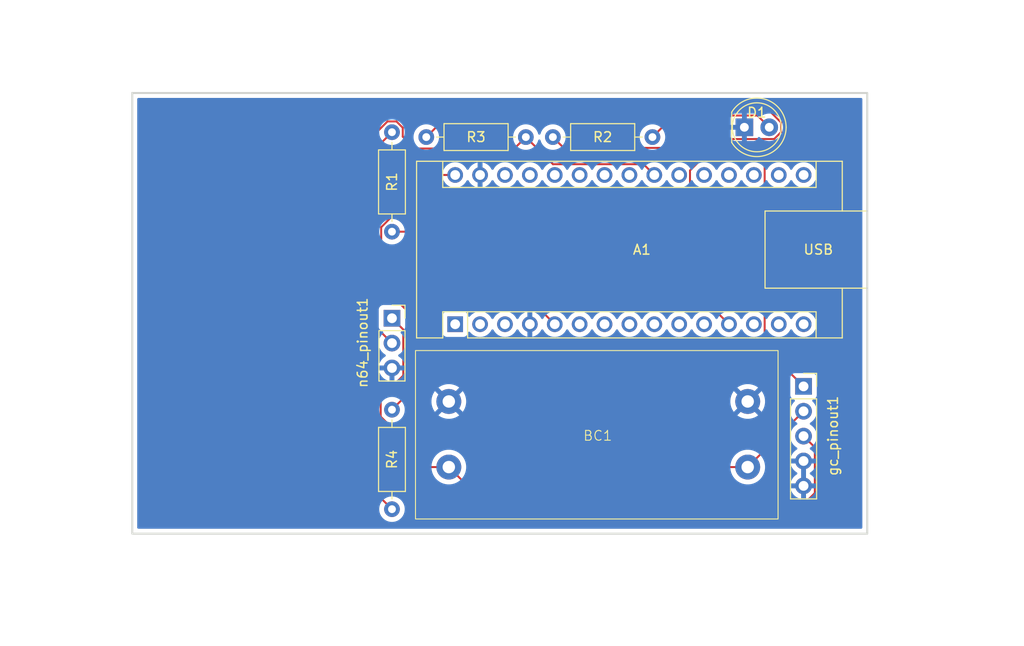
<source format=kicad_pcb>
(kicad_pcb (version 20241229) (generator "pcbnew") (generator_version "9.0")
  (layers (0 "F.Cu" signal) (2 "B.Cu" signal) (13 "F.Paste" user) (15 "B.Paste" user) (5 "F.SilkS" user "F.Silkscreen") (7 "B.SilkS" user "B.Silkscreen") (1 "F.Mask" user) (3 "B.Mask" user) (25 "Edge.Cuts" user))
  (net 0 "")
  (net 2 "Net-(A1-D9)")
  (net 9 "GND")
  (net 17 "Net-(A1-D2)")
  (net 23 "Net-(A1-A3)")
  (net 24 "+5V")
  (net 30 "/gc_3.3v")
  (net 31 "Net-(D1-A)")
  (net 32 "/gc_data")
  (net 33 "/n64_data")
  (footprint "Resistor_THT:R_Axial_DIN0207_L6.3mm_D2.5mm_P10.16mm_Horizontal" (layer "F.Cu") (at 92 153.34 -90)
    (property "Reference" "R4" (at 5.08 0 90) (layer "F.SilkS"))
    (property "Value" "1kΩ")
    (fp_line (start 1.81 1.37) (end 8.35 1.37) (stroke (width 0.12)) (layer "F.SilkS"))
    (fp_line (start 8.35 1.37) (end 8.35 -1.37) (stroke (width 0.12)) (layer "F.SilkS"))
    (fp_line (start 1.04 0) (end 1.81 0) (stroke (width 0.12)) (layer "F.SilkS"))
    (fp_line (start 9.12 0) (end 8.35 0) (stroke (width 0.12)) (layer "F.SilkS"))
    (fp_line (start 1.81 -1.37) (end 1.81 1.37) (stroke (width 0.12)) (layer "F.SilkS"))
    (fp_line (start 8.35 -1.37) (end 1.81 -1.37) (stroke (width 0.12)) (layer "F.SilkS"))
    (pad "1" thru_hole circle (at 0 0 270) (size 1.6 1.6) (drill 0.8) (layers "*.Cu" "*.Mask") (net 24 "+5V"))
    (pad "2" thru_hole oval (at 10.16 0 270) (size 1.6 1.6) (drill 0.8) (layers "*.Cu" "*.Mask") (net 23 "Net-(A1-A3)"))
  )
  (footprint "Module:Arduino_Nano" (layer "F.Cu") (at 98.45 144.61 90)
    (property "Reference" "A1" (at 7.61 19.05 180) (layer "F.SilkS"))
    (property "Value" "Arduino_Nano_v3.x")
    (fp_line (start 16.64 -3.94) (end -1.4 -3.94) (stroke (width 0.12)) (layer "F.SilkS"))
    (fp_line (start -1.4 -3.94) (end -1.4 -1.27) (stroke (width 0.12)) (layer "F.SilkS"))
    (fp_line (start 13.97 -1.27) (end 16.64 -1.27) (stroke (width 0.12)) (layer "F.SilkS"))
    (fp_line (start 13.97 -1.27) (end 13.97 36.83) (stroke (width 0.12)) (layer "F.SilkS"))
    (fp_line (start 1.27 -1.27) (end -1.4 -1.27) (stroke (width 0.12)) (layer "F.SilkS"))
    (fp_line (start 1.27 1.27) (end 1.27 -1.27) (stroke (width 0.12)) (layer "F.SilkS"))
    (fp_line (start 1.27 1.27) (end -1.4 1.27) (stroke (width 0.12)) (layer "F.SilkS"))
    (fp_line (start 1.27 1.27) (end 1.27 36.83) (stroke (width 0.12)) (layer "F.SilkS"))
    (fp_line (start -1.4 1.27) (end -1.4 39.5) (stroke (width 0.12)) (layer "F.SilkS"))
    (fp_line (start 11.56 31.62) (end 11.56 42.04) (stroke (width 0.12)) (layer "F.SilkS"))
    (fp_line (start 3.68 31.62) (end 11.56 31.62) (stroke (width 0.12)) (layer "F.SilkS"))
    (fp_line (start 13.97 36.83) (end 16.64 36.83) (stroke (width 0.12)) (layer "F.SilkS"))
    (fp_line (start 1.27 36.83) (end -1.4 36.83) (stroke (width 0.12)) (layer "F.SilkS"))
    (fp_line (start 16.64 39.5) (end 16.64 -3.94) (stroke (width 0.12)) (layer "F.SilkS"))
    (fp_line (start 16.64 39.5) (end 11.56 39.5) (stroke (width 0.12)) (layer "F.SilkS"))
    (fp_line (start -1.4 39.5) (end 3.68 39.5) (stroke (width 0.12)) (layer "F.SilkS"))
    (fp_line (start 11.56 42.04) (end 3.68 42.04) (stroke (width 0.12)) (layer "F.SilkS"))
    (fp_line (start 3.68 42.04) (end 3.68 31.62) (stroke (width 0.12)) (layer "F.SilkS"))
    (fp_text user "USB" (at 7.62 37.06 0) (layer "F.SilkS"))
    (pad "1" thru_hole rect (at 0 0 90) (size 1.6 1.6) (drill 1) (layers "*.Cu" "*.Mask"))
    (pad "2" thru_hole oval (at 0 2.54 90) (size 1.6 1.6) (drill 1) (layers "*.Cu" "*.Mask"))
    (pad "3" thru_hole oval (at 0 5.08 90) (size 1.6 1.6) (drill 1) (layers "*.Cu" "*.Mask"))
    (pad "4" thru_hole oval (at 0 7.62 90) (size 1.6 1.6) (drill 1) (layers "*.Cu" "*.Mask") (net 9 "GND"))
    (pad "5" thru_hole oval (at 0 10.16 90) (size 1.6 1.6) (drill 1) (layers "*.Cu" "*.Mask") (net 17 "Net-(A1-D2)"))
    (pad "6" thru_hole oval (at 0 12.7 90) (size 1.6 1.6) (drill 1) (layers "*.Cu" "*.Mask"))
    (pad "7" thru_hole oval (at 0 15.24 90) (size 1.6 1.6) (drill 1) (layers "*.Cu" "*.Mask"))
    (pad "8" thru_hole oval (at 0 17.78 90) (size 1.6 1.6) (drill 1) (layers "*.Cu" "*.Mask"))
    (pad "9" thru_hole oval (at 0 20.32 90) (size 1.6 1.6) (drill 1) (layers "*.Cu" "*.Mask"))
    (pad "10" thru_hole oval (at 0 22.86 90) (size 1.6 1.6) (drill 1) (layers "*.Cu" "*.Mask"))
    (pad "11" thru_hole oval (at 0 25.4 90) (size 1.6 1.6) (drill 1) (layers "*.Cu" "*.Mask"))
    (pad "12" thru_hole oval (at 0 27.94 90) (size 1.6 1.6) (drill 1) (layers "*.Cu" "*.Mask") (net 2 "Net-(A1-D9)"))
    (pad "13" thru_hole oval (at 0 30.48 90) (size 1.6 1.6) (drill 1) (layers "*.Cu" "*.Mask"))
    (pad "14" thru_hole oval (at 0 33.02 90) (size 1.6 1.6) (drill 1) (layers "*.Cu" "*.Mask"))
    (pad "15" thru_hole oval (at 0 35.56 90) (size 1.6 1.6) (drill 1) (layers "*.Cu" "*.Mask"))
    (pad "16" thru_hole oval (at 15.24 35.56 90) (size 1.6 1.6) (drill 1) (layers "*.Cu" "*.Mask"))
    (pad "17" thru_hole oval (at 15.24 33.02 90) (size 1.6 1.6) (drill 1) (layers "*.Cu" "*.Mask"))
    (pad "18" thru_hole oval (at 15.24 30.48 90) (size 1.6 1.6) (drill 1) (layers "*.Cu" "*.Mask"))
    (pad "19" thru_hole oval (at 15.24 27.94 90) (size 1.6 1.6) (drill 1) (layers "*.Cu" "*.Mask"))
    (pad "20" thru_hole oval (at 15.24 25.4 90) (size 1.6 1.6) (drill 1) (layers "*.Cu" "*.Mask"))
    (pad "21" thru_hole oval (at 15.24 22.86 90) (size 1.6 1.6) (drill 1) (layers "*.Cu" "*.Mask"))
    (pad "22" thru_hole oval (at 15.24 20.32 90) (size 1.6 1.6) (drill 1) (layers "*.Cu" "*.Mask") (net 23 "Net-(A1-A3)"))
    (pad "23" thru_hole oval (at 15.24 17.78 90) (size 1.6 1.6) (drill 1) (layers "*.Cu" "*.Mask"))
    (pad "24" thru_hole oval (at 15.24 15.24 90) (size 1.6 1.6) (drill 1) (layers "*.Cu" "*.Mask"))
    (pad "25" thru_hole oval (at 15.24 12.7 90) (size 1.6 1.6) (drill 1) (layers "*.Cu" "*.Mask"))
    (pad "26" thru_hole oval (at 15.24 10.16 90) (size 1.6 1.6) (drill 1) (layers "*.Cu" "*.Mask"))
    (pad "27" thru_hole oval (at 15.24 7.62 90) (size 1.6 1.6) (drill 1) (layers "*.Cu" "*.Mask"))
    (pad "28" thru_hole oval (at 15.24 5.08 90) (size 1.6 1.6) (drill 1) (layers "*.Cu" "*.Mask"))
    (pad "29" thru_hole oval (at 15.24 2.54 90) (size 1.6 1.6) (drill 1) (layers "*.Cu" "*.Mask") (net 9 "GND"))
    (pad "30" thru_hole oval (at 15.24 0 90) (size 1.6 1.6) (drill 1) (layers "*.Cu" "*.Mask") (net 24 "+5V"))
  )
  (footprint "project_footprints:BC_boost_converter_MT3608_breakout" (layer "F.Cu") (at 131.4 164.5 180)
    (property "Reference" "BC1" (at 18.4 8.5 0) (layer "F.SilkS") (effects (font (thickness 0.1))))
    (property "Value" "~")
    (fp_rect (start 0 0) (end 37 17.2) (stroke (width 0.1)) (fill no) (layer "F.SilkS"))
    (pad "VIN+" thru_hole circle (at 33.6 5.3 180) (size 2.54 2.54) (drill 1.27) (layers "*.Cu" "*.Mask") (net 30 "/gc_3.3v"))
    (pad "VIN-" thru_hole circle (at 33.6 12 180) (size 2.54 2.54) (drill 1.27) (layers "*.Cu" "*.Mask") (net 9 "GND"))
    (pad "VOUT+" thru_hole circle (at 3.1 5.3 180) (size 2.54 2.54) (drill 1.27) (layers "*.Cu" "*.Mask") (net 24 "+5V"))
    (pad "VOUT-" thru_hole circle (at 3.1 12 180) (size 2.54 2.54) (drill 1.27) (layers "*.Cu" "*.Mask") (net 9 "GND"))
  )
  (footprint "Resistor_THT:R_Axial_DIN0207_L6.3mm_D2.5mm_P10.16mm_Horizontal" (layer "F.Cu") (at 92 125 -90)
    (property "Reference" "R1" (at 5.08 0 90) (layer "F.SilkS"))
    (property "Value" "22Ω")
    (fp_line (start 1.81 1.37) (end 8.35 1.37) (stroke (width 0.12)) (layer "F.SilkS"))
    (fp_line (start 8.35 1.37) (end 8.35 -1.37) (stroke (width 0.12)) (layer "F.SilkS"))
    (fp_line (start 1.04 0) (end 1.81 0) (stroke (width 0.12)) (layer "F.SilkS"))
    (fp_line (start 9.12 0) (end 8.35 0) (stroke (width 0.12)) (layer "F.SilkS"))
    (fp_line (start 1.81 -1.37) (end 1.81 1.37) (stroke (width 0.12)) (layer "F.SilkS"))
    (fp_line (start 8.35 -1.37) (end 1.81 -1.37) (stroke (width 0.12)) (layer "F.SilkS"))
    (pad "1" thru_hole circle (at 0 0 270) (size 1.6 1.6) (drill 0.8) (layers "*.Cu" "*.Mask") (net 33 "/n64_data"))
    (pad "2" thru_hole oval (at 10.16 0 270) (size 1.6 1.6) (drill 0.8) (layers "*.Cu" "*.Mask") (net 17 "Net-(A1-D2)"))
  )
  (footprint "Resistor_THT:R_Axial_DIN0207_L6.3mm_D2.5mm_P10.16mm_Horizontal" (layer "F.Cu") (at 105.66 125.5 180)
    (property "Reference" "R3" (at 5.08 0 0) (layer "F.SilkS"))
    (property "Value" "22Ω")
    (fp_line (start 9.12 0) (end 8.35 0) (stroke (width 0.12)) (layer "F.SilkS"))
    (fp_line (start 8.35 1.37) (end 8.35 -1.37) (stroke (width 0.12)) (layer "F.SilkS"))
    (fp_line (start 8.35 -1.37) (end 1.81 -1.37) (stroke (width 0.12)) (layer "F.SilkS"))
    (fp_line (start 1.81 1.37) (end 8.35 1.37) (stroke (width 0.12)) (layer "F.SilkS"))
    (fp_line (start 1.81 -1.37) (end 1.81 1.37) (stroke (width 0.12)) (layer "F.SilkS"))
    (fp_line (start 1.04 0) (end 1.81 0) (stroke (width 0.12)) (layer "F.SilkS"))
    (pad "1" thru_hole circle (at 0 0 180) (size 1.6 1.6) (drill 0.8) (layers "*.Cu" "*.Mask") (net 23 "Net-(A1-A3)"))
    (pad "2" thru_hole oval (at 10.16 0 180) (size 1.6 1.6) (drill 0.8) (layers "*.Cu" "*.Mask") (net 32 "/gc_data"))
  )
  (footprint "LED_THT:LED_D5.0mm" (layer "F.Cu") (at 127.96 124.5)
    (property "Reference" "D1" (at 1.275 -1.5 0) (layer "F.SilkS"))
    (property "Value" "LED")
    (fp_line (start -1.29 -1.545) (end -1.29 1.545) (stroke (width 0.12)) (layer "F.SilkS"))
    (fp_arc (start -1.29 -1.54483) (mid 2.071756 -2.880501) (end 4.26 -0.000048) (stroke (width 0.12)) (layer "F.SilkS"))
    (fp_arc (start 4.26 0.000048) (mid 2.071756 2.880501) (end -1.29 1.54483) (stroke (width 0.12)) (layer "F.SilkS"))
    (fp_circle (center 1.27 0) (end 3.77 0) (stroke (width 0.12)) (fill no) (layer "F.SilkS"))
    (pad "1" thru_hole rect (at 0 0) (size 1.8 1.8) (drill 0.9) (layers "*.Cu" "*.Mask") (net 9 "GND"))
    (pad "2" thru_hole circle (at 2.54 0) (size 1.8 1.8) (drill 0.9) (layers "*.Cu" "*.Mask") (net 31 "Net-(D1-A)"))
  )
  (footprint "Connector_PinSocket_2.54mm:PinSocket_1x03_P2.54mm_Vertical" (layer "F.Cu") (at 92 144)
    (property "Reference" "n64_pinout1" (at -3 2.5 90) (layer "F.SilkS"))
    (property "Value" "Conn_01x03_Pin")
    (fp_line (start -1.33 1.27) (end -1.33 6.41) (stroke (width 0.12)) (layer "F.SilkS"))
    (fp_line (start -1.33 1.27) (end 1.33 1.27) (stroke (width 0.12)) (layer "F.SilkS"))
    (fp_line (start -1.33 6.41) (end 1.33 6.41) (stroke (width 0.12)) (layer "F.SilkS"))
    (fp_line (start 0 -1.33) (end 1.33 -1.33) (stroke (width 0.12)) (layer "F.SilkS"))
    (fp_line (start 1.33 -1.33) (end 1.33 0) (stroke (width 0.12)) (layer "F.SilkS"))
    (fp_line (start 1.33 1.27) (end 1.33 6.41) (stroke (width 0.12)) (layer "F.SilkS"))
    (pad "1" thru_hole rect (at 0 0) (size 1.7 1.7) (drill 1) (layers "*.Cu" "*.Mask") (net 30 "/gc_3.3v"))
    (pad "2" thru_hole oval (at 0 2.54) (size 1.7 1.7) (drill 1) (layers "*.Cu" "*.Mask") (net 33 "/n64_data"))
    (pad "3" thru_hole oval (at 0 5.08) (size 1.7 1.7) (drill 1) (layers "*.Cu" "*.Mask") (net 9 "GND"))
  )
  (footprint "Connector_PinSocket_2.54mm:PinSocket_1x05_P2.54mm_Vertical" (layer "F.Cu") (at 134 150.96)
    (property "Reference" "gc_pinout1" (at 3 5.05 90) (layer "F.SilkS"))
    (property "Value" "Conn_01x05_Pin")
    (fp_line (start -1.33 1.27) (end -1.33 11.49) (stroke (width 0.12)) (layer "F.SilkS"))
    (fp_line (start -1.33 1.27) (end 1.33 1.27) (stroke (width 0.12)) (layer "F.SilkS"))
    (fp_line (start -1.33 11.49) (end 1.33 11.49) (stroke (width 0.12)) (layer "F.SilkS"))
    (fp_line (start 0 -1.33) (end 1.33 -1.33) (stroke (width 0.12)) (layer "F.SilkS"))
    (fp_line (start 1.33 -1.33) (end 1.33 0) (stroke (width 0.12)) (layer "F.SilkS"))
    (fp_line (start 1.33 1.27) (end 1.33 11.49) (stroke (width 0.12)) (layer "F.SilkS"))
    (pad "1" thru_hole rect (at 0 0) (size 1.7 1.7) (drill 1) (layers "*.Cu" "*.Mask") (net 32 "/gc_data"))
    (pad "2" thru_hole oval (at 0 2.54) (size 1.7 1.7) (drill 1) (layers "*.Cu" "*.Mask") (net 24 "+5V"))
    (pad "3" thru_hole oval (at 0 5.08) (size 1.7 1.7) (drill 1) (layers "*.Cu" "*.Mask") (net 30 "/gc_3.3v"))
    (pad "4" thru_hole oval (at 0 7.62) (size 1.7 1.7) (drill 1) (layers "*.Cu" "*.Mask") (net 9 "GND"))
    (pad "5" thru_hole oval (at 0 10.16) (size 1.7 1.7) (drill 1) (layers "*.Cu" "*.Mask") (net 9 "GND"))
  )
  (footprint "Resistor_THT:R_Axial_DIN0207_L6.3mm_D2.5mm_P10.16mm_Horizontal" (layer "F.Cu") (at 108.42 125.5)
    (property "Reference" "R2" (at 5.08 0 0) (layer "F.SilkS"))
    (property "Value" "220Ω")
    (fp_line (start 1.04 0) (end 1.81 0) (stroke (width 0.12)) (layer "F.SilkS"))
    (fp_line (start 1.81 -1.37) (end 1.81 1.37) (stroke (width 0.12)) (layer "F.SilkS"))
    (fp_line (start 1.81 1.37) (end 8.35 1.37) (stroke (width 0.12)) (layer "F.SilkS"))
    (fp_line (start 8.35 -1.37) (end 1.81 -1.37) (stroke (width 0.12)) (layer "F.SilkS"))
    (fp_line (start 8.35 1.37) (end 8.35 -1.37) (stroke (width 0.12)) (layer "F.SilkS"))
    (fp_line (start 9.12 0) (end 8.35 0) (stroke (width 0.12)) (layer "F.SilkS"))
    (pad "1" thru_hole circle (at 0 0) (size 1.6 1.6) (drill 0.8) (layers "*.Cu" "*.Mask") (net 31 "Net-(D1-A)"))
    (pad "2" thru_hole oval (at 10.16 0) (size 1.6 1.6) (drill 0.8) (layers "*.Cu" "*.Mask") (net 2 "Net-(A1-D9)"))
  )
  (gr_rect (start 65.5 121) (end 140.5 166) (stroke (width 0.2)) (fill no) (layer "Edge.Cuts"))
  (segment (start 122.411 140.631) (end 122.411 128.91395) (width 0.2) (layer "F.Cu") (net 2))
  (segment (start 126.39 144.61) (end 122.411 140.631) (width 0.2) (layer "F.Cu") (net 2))
  (segment (start 131.701 124.997471) (end 131.701 124.002529) (width 0.2) (layer "F.Cu") (net 2))
  (segment (start 131.701 124.002529) (end 130.596471 122.898) (width 0.2) (layer "F.Cu") (net 2))
  (segment (start 130.997471 125.701) (end 131.701 124.997471) (width 0.2) (layer "F.Cu") (net 2))
  (segment (start 121.182 122.898) (end 118.58 125.5) (width 0.2) (layer "F.Cu") (net 2))
  (segment (start 125.62395 125.701) (end 130.997471 125.701) (width 0.2) (layer "F.Cu") (net 2))
  (segment (start 130.596471 122.898) (end 121.182 122.898) (width 0.2) (layer "F.Cu") (net 2))
  (segment (start 122.411 128.91395) (end 125.62395 125.701) (width 0.2) (layer "F.Cu") (net 2))
  (segment (start 99.16 135.16) (end 108.61 144.61) (width 0.2) (layer "F.Cu") (net 17))
  (segment (start 92 135.16) (end 99.16 135.16) (width 0.2) (layer "F.Cu") (net 17))
  (segment (start 105.66 125.5) (end 108.429 128.269) (width 0.2) (layer "F.Cu") (net 23))
  (segment (start 108.429 128.269) (end 117.669 128.269) (width 0.2) (layer "F.Cu") (net 23))
  (segment (start 90.047 125.39595) (end 90.047 161.547) (width 0.2) (layer "F.Cu") (net 23))
  (segment (start 104.4919 126.6681) (end 94.31305 126.6681) (width 0.2) (layer "F.Cu") (net 23))
  (segment (start 92.45605 123.899) (end 91.54395 123.899) (width 0.2) (layer "F.Cu") (net 23))
  (segment (start 93.101 124.54395) (end 92.45605 123.899) (width 0.2) (layer "F.Cu") (net 23))
  (segment (start 117.669 128.269) (end 118.77 129.37) (width 0.2) (layer "F.Cu") (net 23))
  (segment (start 91.54395 123.899) (end 90.047 125.39595) (width 0.2) (layer "F.Cu") (net 23))
  (segment (start 105.66 125.5) (end 104.4919 126.6681) (width 0.2) (layer "F.Cu") (net 23))
  (segment (start 93.101 125.45605) (end 93.101 124.54395) (width 0.2) (layer "F.Cu") (net 23))
  (segment (start 94.31305 126.6681) (end 93.101 125.45605) (width 0.2) (layer "F.Cu") (net 23))
  (segment (start 90.047 161.547) (end 92 163.5) (width 0.2) (layer "F.Cu") (net 23))
  (segment (start 90.899 134.70395) (end 90.899 140.597) (width 0.2) (layer "F.Cu") (net 24))
  (segment (start 128.3 159.2) (end 100.964 159.2) (width 0.2) (layer "F.Cu") (net 24))
  (segment (start 100.964 159.2) (end 93.552 151.788) (width 0.2) (layer "F.Cu") (net 24))
  (segment (start 93.552 143.25) (end 93.552 151.788) (width 0.2) (layer "F.Cu") (net 24))
  (segment (start 96.23295 129.37) (end 90.899 134.70395) (width 0.2) (layer "F.Cu") (net 24))
  (segment (start 93.552 151.788) (end 92 153.34) (width 0.2) (layer "F.Cu") (net 24))
  (segment (start 98.45 129.37) (end 96.23295 129.37) (width 0.2) (layer "F.Cu") (net 24))
  (segment (start 90.899 140.597) (end 93.552 143.25) (width 0.2) (layer "F.Cu") (net 24))
  (segment (start 128.3 159.2) (end 134 153.5) (width 0.2) (layer "F.Cu") (net 24))
  (segment (start 134.5 162.5) (end 135.151 161.849) (width 0.2) (layer "F.Cu") (net 30))
  (segment (start 93.151 145.151) (end 92 144) (width 0.2) (layer "F.Cu") (net 30))
  (segment (start 90.849 154.045051) (end 90.849 152.151) (width 0.2) (layer "F.Cu") (net 30))
  (segment (start 96.003949 159.2) (end 90.849 154.045051) (width 0.2) (layer "F.Cu") (net 30))
  (segment (start 97.8 159.2) (end 101.1 162.5) (width 0.2) (layer "F.Cu") (net 30))
  (segment (start 90.849 152.151) (end 93.151 149.849) (width 0.2) (layer "F.Cu") (net 30))
  (segment (start 135.151 161.849) (end 135.151 157.191) (width 0.2) (layer "F.Cu") (net 30))
  (segment (start 93.151 149.849) (end 93.151 145.151) (width 0.2) (layer "F.Cu") (net 30))
  (segment (start 135.151 157.191) (end 134 156.04) (width 0.2) (layer "F.Cu") (net 30))
  (segment (start 101.1 162.5) (end 134.5 162.5) (width 0.2) (layer "F.Cu") (net 30))
  (segment (start 97.8 159.2) (end 96.003949 159.2) (width 0.2) (layer "F.Cu") (net 30))
  (segment (start 119.899 126.601) (end 123.201 123.299) (width 0.2) (layer "F.Cu") (net 31))
  (segment (start 129.299 123.299) (end 130.5 124.5) (width 0.2) (layer "F.Cu") (net 31))
  (segment (start 123.201 123.299) (end 129.299 123.299) (width 0.2) (layer "F.Cu") (net 31))
  (segment (start 108.42 125.5) (end 109.521 126.601) (width 0.2) (layer "F.Cu") (net 31))
  (segment (start 109.521 126.601) (end 119.899 126.601) (width 0.2) (layer "F.Cu") (net 31))
  (segment (start 132.102 125.55305) (end 130.031 127.62405) (width 0.2) (layer "F.Cu") (net 32))
  (segment (start 95.5 125.5) (end 98.503 122.497) (width 0.2) (layer "F.Cu") (net 32))
  (segment (start 130.031 146.991) (end 134 150.96) (width 0.2) (layer "F.Cu") (net 32))
  (segment (start 98.503 122.497) (end 130.762571 122.497) (width 0.2) (layer "F.Cu") (net 32))
  (segment (start 130.031 127.62405) (end 130.031 146.991) (width 0.2) (layer "F.Cu") (net 32))
  (segment (start 130.762571 122.497) (end 132.102 123.836429) (width 0.2) (layer "F.Cu") (net 32))
  (segment (start 132.102 123.836429) (end 132.102 125.55305) (width 0.2) (layer "F.Cu") (net 32))
  (segment (start 90.498 145.038) (end 92 146.54) (width 0.2) (layer "F.Cu") (net 33))
  (segment (start 92 125) (end 90.498 126.502) (width 0.2) (layer "F.Cu") (net 33))
  (segment (start 90.498 126.502) (end 90.498 145.038) (width 0.2) (layer "F.Cu") (net 33))
  (zone (net 9) (net_name "GND") (layer "B.Cu") (connect_pads (clearance 0.5)) (min_thickness 0.25) (fill yes (thermal_gap 0.5) (thermal_bridge_width 0.5))
    (polygon (pts (xy 59.5 111.5) (xy 156.5 111.5) (xy 154.5 177.5) (xy 52 177)))
  )
)
</source>
